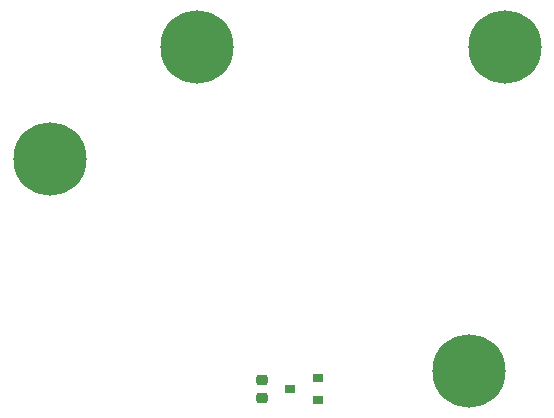
<source format=gbr>
G04 #@! TF.GenerationSoftware,KiCad,Pcbnew,6.0.11+dfsg-1~bpo11+1*
G04 #@! TF.CreationDate,2023-03-04T16:09:41-05:00*
G04 #@! TF.ProjectId,RUSP_Faceplate,52555350-5f46-4616-9365-706c6174652e,rev?*
G04 #@! TF.SameCoordinates,Original*
G04 #@! TF.FileFunction,Paste,Bot*
G04 #@! TF.FilePolarity,Positive*
%FSLAX46Y46*%
G04 Gerber Fmt 4.6, Leading zero omitted, Abs format (unit mm)*
G04 Created by KiCad (PCBNEW 6.0.11+dfsg-1~bpo11+1) date 2023-03-04 16:09:41*
%MOMM*%
%LPD*%
G01*
G04 APERTURE LIST*
G04 Aperture macros list*
%AMRoundRect*
0 Rectangle with rounded corners*
0 $1 Rounding radius*
0 $2 $3 $4 $5 $6 $7 $8 $9 X,Y pos of 4 corners*
0 Add a 4 corners polygon primitive as box body*
4,1,4,$2,$3,$4,$5,$6,$7,$8,$9,$2,$3,0*
0 Add four circle primitives for the rounded corners*
1,1,$1+$1,$2,$3*
1,1,$1+$1,$4,$5*
1,1,$1+$1,$6,$7*
1,1,$1+$1,$8,$9*
0 Add four rect primitives between the rounded corners*
20,1,$1+$1,$2,$3,$4,$5,0*
20,1,$1+$1,$4,$5,$6,$7,0*
20,1,$1+$1,$6,$7,$8,$9,0*
20,1,$1+$1,$8,$9,$2,$3,0*%
G04 Aperture macros list end*
%ADD10C,6.200000*%
%ADD11RoundRect,0.225000X-0.250000X0.225000X-0.250000X-0.225000X0.250000X-0.225000X0.250000X0.225000X0*%
%ADD12R,0.900000X0.800000*%
G04 APERTURE END LIST*
D10*
G04 #@! TO.C,H2*
X118292000Y-81180000D03*
G04 #@! TD*
G04 #@! TO.C,H1*
X130792000Y-71680000D03*
G04 #@! TD*
G04 #@! TO.C,H3*
X153792000Y-99180000D03*
G04 #@! TD*
G04 #@! TO.C,H5*
X156792000Y-71680000D03*
G04 #@! TD*
D11*
G04 #@! TO.C,C1*
X136292000Y-99905000D03*
X136292000Y-101455000D03*
G04 #@! TD*
D12*
G04 #@! TO.C,U1*
X140992000Y-99730000D03*
X138592000Y-100680000D03*
X140992000Y-101630000D03*
G04 #@! TD*
M02*

</source>
